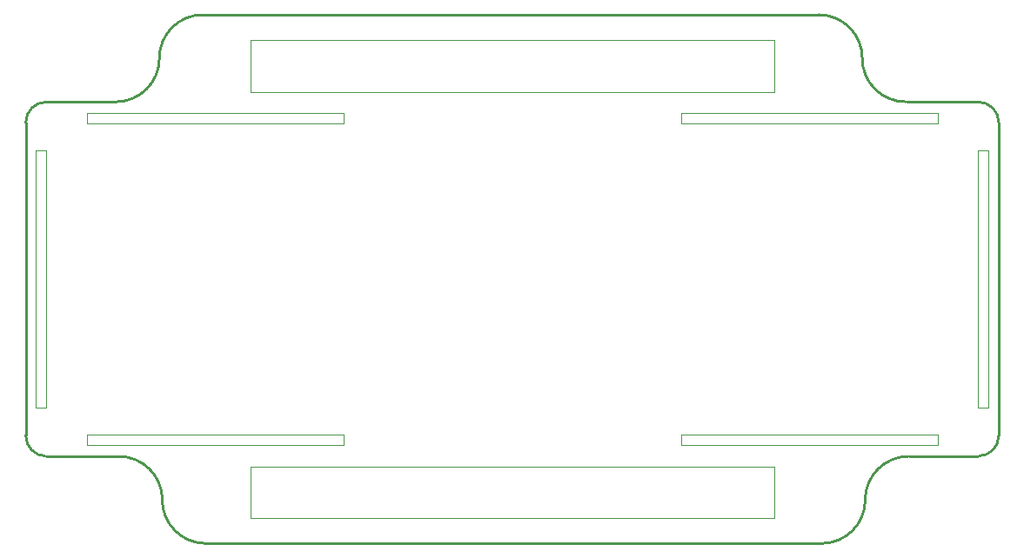
<source format=gko>
G04 Layer: BoardOutlineLayer*
G04 EasyEDA Pro v1.7.27, 2022-09-03 12:36:09*
G04 Gerber Generator version 0.3*
G04 Scale: 100 percent, Rotated: No, Reflected: No*
G04 Dimensions in millimeters*
G04 Leading zeros omitted, absolute positions, 3 integers and 3 decimals*
%FSLAX33Y33*%
%MOMM*%
%ADD10C,0.254*%
%ADD11C,0.0254*%
G75*


G04 PolygonModel Start*
G54D10*
G01X81415Y47267D02*
G03X77173Y51509I-4242J-0D01*
G01X13295Y4251D02*
G03X9053Y8493I-4242J0D01*
G01X85936Y8493D02*
G03X81694Y4251I0J-4242D01*
G01X77458Y9D02*
G03X81700Y4251I0J4242D01*
G01X13285Y4251D02*
G03X17527Y9I4242J0D01*
G01X17527Y9D02*
G01X77500Y9D01*
G01X81405Y47267D02*
G03X85647Y43025I4242J-0D01*
G01X8764Y43025D02*
G03X13006Y47267I-0J4242D01*
G01X17242Y51509D02*
G03X13000Y47267I-0J-4242D01*
G01X17242Y51509D02*
G01X77173Y51509D01*
G01X8763Y43006D02*
G01X2001Y43008D01*
G03X0Y41008I-1J-2000D01*
G01Y10509D01*
G03X2000Y8509I2000J0D01*
G01X9000D01*
G01X85937Y8512D02*
G01X92699Y8510D01*
G03X94700Y10510I1J2000D01*
G01Y41008D01*
G03X92699Y43008I-2000J-0D01*
G01X85725Y43006D01*
G04 PolygonModel End*

G04 Rect Start*
G54D11*
G01X88775Y9623D02*
G01X88775Y10623D01*
G01X63775D01*
G01Y9623D01*
G01X88775D01*
G01X30925Y9623D02*
G01X30925Y10623D01*
G01X5925D01*
G01Y9623D01*
G01X30925D01*
G01X63775Y41895D02*
G01X63775Y40895D01*
G01X88775D01*
G01Y41895D01*
G01X63775D01*
G01X92700Y38259D02*
G01X92700Y13259D01*
G01X93700D01*
G01Y38259D01*
G01X92700D01*
G01X5925Y41895D02*
G01X5925Y40895D01*
G01X30925D01*
G01Y41895D01*
G01X5925D01*
G01X2000Y13259D02*
G01X2000Y38259D01*
G01X1000D01*
G01Y13259D01*
G01X2000D01*
G01X21850Y7509D02*
G01X21850Y2509D01*
G01X72850D01*
G01Y7509D01*
G01X21850D01*
G01X72850Y44009D02*
G01X72850Y49009D01*
G01X21850D01*
G01Y44009D01*
G01X72850D01*
G04 Rect End*

M02*

</source>
